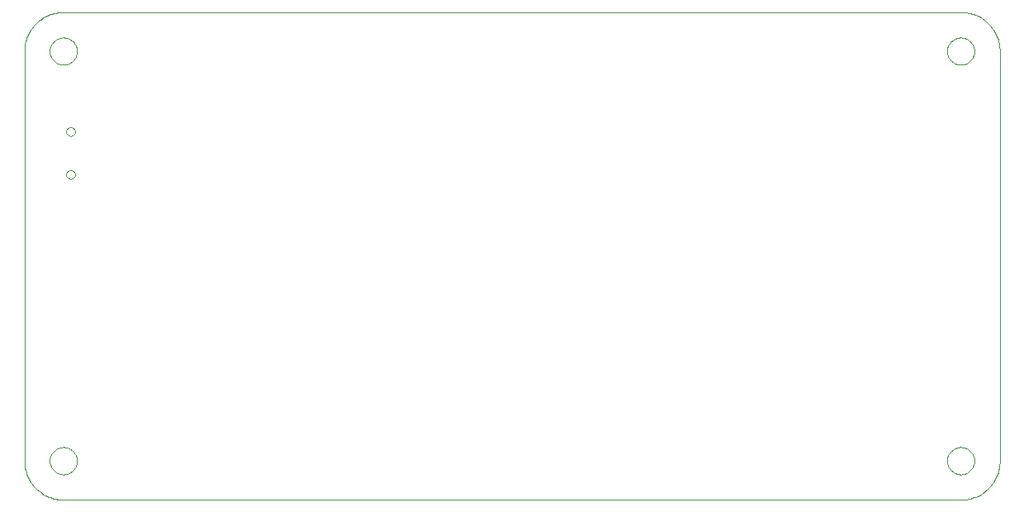
<source format=gbp>
G75*
G70*
%OFA0B0*%
%FSLAX24Y24*%
%IPPOS*%
%LPD*%
%AMOC8*
5,1,8,0,0,1.08239X$1,22.5*
%
%ADD10C,0.0000*%
D10*
X002240Y000665D02*
X038460Y000665D01*
X037909Y002240D02*
X037911Y002287D01*
X037917Y002333D01*
X037927Y002379D01*
X037940Y002424D01*
X037958Y002467D01*
X037979Y002509D01*
X038003Y002549D01*
X038031Y002586D01*
X038062Y002621D01*
X038096Y002654D01*
X038132Y002683D01*
X038171Y002709D01*
X038212Y002732D01*
X038255Y002751D01*
X038299Y002767D01*
X038344Y002779D01*
X038390Y002787D01*
X038437Y002791D01*
X038483Y002791D01*
X038530Y002787D01*
X038576Y002779D01*
X038621Y002767D01*
X038665Y002751D01*
X038708Y002732D01*
X038749Y002709D01*
X038788Y002683D01*
X038824Y002654D01*
X038858Y002621D01*
X038889Y002586D01*
X038917Y002549D01*
X038941Y002509D01*
X038962Y002467D01*
X038980Y002424D01*
X038993Y002379D01*
X039003Y002333D01*
X039009Y002287D01*
X039011Y002240D01*
X039009Y002193D01*
X039003Y002147D01*
X038993Y002101D01*
X038980Y002056D01*
X038962Y002013D01*
X038941Y001971D01*
X038917Y001931D01*
X038889Y001894D01*
X038858Y001859D01*
X038824Y001826D01*
X038788Y001797D01*
X038749Y001771D01*
X038708Y001748D01*
X038665Y001729D01*
X038621Y001713D01*
X038576Y001701D01*
X038530Y001693D01*
X038483Y001689D01*
X038437Y001689D01*
X038390Y001693D01*
X038344Y001701D01*
X038299Y001713D01*
X038255Y001729D01*
X038212Y001748D01*
X038171Y001771D01*
X038132Y001797D01*
X038096Y001826D01*
X038062Y001859D01*
X038031Y001894D01*
X038003Y001931D01*
X037979Y001971D01*
X037958Y002013D01*
X037940Y002056D01*
X037927Y002101D01*
X037917Y002147D01*
X037911Y002193D01*
X037909Y002240D01*
X038460Y000665D02*
X038537Y000667D01*
X038614Y000673D01*
X038691Y000682D01*
X038767Y000695D01*
X038843Y000712D01*
X038917Y000733D01*
X038991Y000757D01*
X039063Y000785D01*
X039133Y000816D01*
X039202Y000851D01*
X039270Y000889D01*
X039335Y000930D01*
X039398Y000975D01*
X039459Y001023D01*
X039518Y001073D01*
X039574Y001126D01*
X039627Y001182D01*
X039677Y001241D01*
X039725Y001302D01*
X039770Y001365D01*
X039811Y001430D01*
X039849Y001498D01*
X039884Y001567D01*
X039915Y001637D01*
X039943Y001709D01*
X039967Y001783D01*
X039988Y001857D01*
X040005Y001933D01*
X040018Y002009D01*
X040027Y002086D01*
X040033Y002163D01*
X040035Y002240D01*
X040035Y018775D01*
X037909Y018775D02*
X037911Y018822D01*
X037917Y018868D01*
X037927Y018914D01*
X037940Y018959D01*
X037958Y019002D01*
X037979Y019044D01*
X038003Y019084D01*
X038031Y019121D01*
X038062Y019156D01*
X038096Y019189D01*
X038132Y019218D01*
X038171Y019244D01*
X038212Y019267D01*
X038255Y019286D01*
X038299Y019302D01*
X038344Y019314D01*
X038390Y019322D01*
X038437Y019326D01*
X038483Y019326D01*
X038530Y019322D01*
X038576Y019314D01*
X038621Y019302D01*
X038665Y019286D01*
X038708Y019267D01*
X038749Y019244D01*
X038788Y019218D01*
X038824Y019189D01*
X038858Y019156D01*
X038889Y019121D01*
X038917Y019084D01*
X038941Y019044D01*
X038962Y019002D01*
X038980Y018959D01*
X038993Y018914D01*
X039003Y018868D01*
X039009Y018822D01*
X039011Y018775D01*
X039009Y018728D01*
X039003Y018682D01*
X038993Y018636D01*
X038980Y018591D01*
X038962Y018548D01*
X038941Y018506D01*
X038917Y018466D01*
X038889Y018429D01*
X038858Y018394D01*
X038824Y018361D01*
X038788Y018332D01*
X038749Y018306D01*
X038708Y018283D01*
X038665Y018264D01*
X038621Y018248D01*
X038576Y018236D01*
X038530Y018228D01*
X038483Y018224D01*
X038437Y018224D01*
X038390Y018228D01*
X038344Y018236D01*
X038299Y018248D01*
X038255Y018264D01*
X038212Y018283D01*
X038171Y018306D01*
X038132Y018332D01*
X038096Y018361D01*
X038062Y018394D01*
X038031Y018429D01*
X038003Y018466D01*
X037979Y018506D01*
X037958Y018548D01*
X037940Y018591D01*
X037927Y018636D01*
X037917Y018682D01*
X037911Y018728D01*
X037909Y018775D01*
X038460Y020350D02*
X038537Y020348D01*
X038614Y020342D01*
X038691Y020333D01*
X038767Y020320D01*
X038843Y020303D01*
X038917Y020282D01*
X038991Y020258D01*
X039063Y020230D01*
X039133Y020199D01*
X039202Y020164D01*
X039270Y020126D01*
X039335Y020085D01*
X039398Y020040D01*
X039459Y019992D01*
X039518Y019942D01*
X039574Y019889D01*
X039627Y019833D01*
X039677Y019774D01*
X039725Y019713D01*
X039770Y019650D01*
X039811Y019585D01*
X039849Y019517D01*
X039884Y019448D01*
X039915Y019378D01*
X039943Y019306D01*
X039967Y019232D01*
X039988Y019158D01*
X040005Y019082D01*
X040018Y019006D01*
X040027Y018929D01*
X040033Y018852D01*
X040035Y018775D01*
X038460Y020350D02*
X002240Y020350D01*
X001689Y018775D02*
X001691Y018822D01*
X001697Y018868D01*
X001707Y018914D01*
X001720Y018959D01*
X001738Y019002D01*
X001759Y019044D01*
X001783Y019084D01*
X001811Y019121D01*
X001842Y019156D01*
X001876Y019189D01*
X001912Y019218D01*
X001951Y019244D01*
X001992Y019267D01*
X002035Y019286D01*
X002079Y019302D01*
X002124Y019314D01*
X002170Y019322D01*
X002217Y019326D01*
X002263Y019326D01*
X002310Y019322D01*
X002356Y019314D01*
X002401Y019302D01*
X002445Y019286D01*
X002488Y019267D01*
X002529Y019244D01*
X002568Y019218D01*
X002604Y019189D01*
X002638Y019156D01*
X002669Y019121D01*
X002697Y019084D01*
X002721Y019044D01*
X002742Y019002D01*
X002760Y018959D01*
X002773Y018914D01*
X002783Y018868D01*
X002789Y018822D01*
X002791Y018775D01*
X002789Y018728D01*
X002783Y018682D01*
X002773Y018636D01*
X002760Y018591D01*
X002742Y018548D01*
X002721Y018506D01*
X002697Y018466D01*
X002669Y018429D01*
X002638Y018394D01*
X002604Y018361D01*
X002568Y018332D01*
X002529Y018306D01*
X002488Y018283D01*
X002445Y018264D01*
X002401Y018248D01*
X002356Y018236D01*
X002310Y018228D01*
X002263Y018224D01*
X002217Y018224D01*
X002170Y018228D01*
X002124Y018236D01*
X002079Y018248D01*
X002035Y018264D01*
X001992Y018283D01*
X001951Y018306D01*
X001912Y018332D01*
X001876Y018361D01*
X001842Y018394D01*
X001811Y018429D01*
X001783Y018466D01*
X001759Y018506D01*
X001738Y018548D01*
X001720Y018591D01*
X001707Y018636D01*
X001697Y018682D01*
X001691Y018728D01*
X001689Y018775D01*
X000665Y018775D02*
X000667Y018852D01*
X000673Y018929D01*
X000682Y019006D01*
X000695Y019082D01*
X000712Y019158D01*
X000733Y019232D01*
X000757Y019306D01*
X000785Y019378D01*
X000816Y019448D01*
X000851Y019517D01*
X000889Y019585D01*
X000930Y019650D01*
X000975Y019713D01*
X001023Y019774D01*
X001073Y019833D01*
X001126Y019889D01*
X001182Y019942D01*
X001241Y019992D01*
X001302Y020040D01*
X001365Y020085D01*
X001430Y020126D01*
X001498Y020164D01*
X001567Y020199D01*
X001637Y020230D01*
X001709Y020258D01*
X001783Y020282D01*
X001857Y020303D01*
X001933Y020320D01*
X002009Y020333D01*
X002086Y020342D01*
X002163Y020348D01*
X002240Y020350D01*
X000665Y018775D02*
X000665Y002240D01*
X001689Y002240D02*
X001691Y002287D01*
X001697Y002333D01*
X001707Y002379D01*
X001720Y002424D01*
X001738Y002467D01*
X001759Y002509D01*
X001783Y002549D01*
X001811Y002586D01*
X001842Y002621D01*
X001876Y002654D01*
X001912Y002683D01*
X001951Y002709D01*
X001992Y002732D01*
X002035Y002751D01*
X002079Y002767D01*
X002124Y002779D01*
X002170Y002787D01*
X002217Y002791D01*
X002263Y002791D01*
X002310Y002787D01*
X002356Y002779D01*
X002401Y002767D01*
X002445Y002751D01*
X002488Y002732D01*
X002529Y002709D01*
X002568Y002683D01*
X002604Y002654D01*
X002638Y002621D01*
X002669Y002586D01*
X002697Y002549D01*
X002721Y002509D01*
X002742Y002467D01*
X002760Y002424D01*
X002773Y002379D01*
X002783Y002333D01*
X002789Y002287D01*
X002791Y002240D01*
X002789Y002193D01*
X002783Y002147D01*
X002773Y002101D01*
X002760Y002056D01*
X002742Y002013D01*
X002721Y001971D01*
X002697Y001931D01*
X002669Y001894D01*
X002638Y001859D01*
X002604Y001826D01*
X002568Y001797D01*
X002529Y001771D01*
X002488Y001748D01*
X002445Y001729D01*
X002401Y001713D01*
X002356Y001701D01*
X002310Y001693D01*
X002263Y001689D01*
X002217Y001689D01*
X002170Y001693D01*
X002124Y001701D01*
X002079Y001713D01*
X002035Y001729D01*
X001992Y001748D01*
X001951Y001771D01*
X001912Y001797D01*
X001876Y001826D01*
X001842Y001859D01*
X001811Y001894D01*
X001783Y001931D01*
X001759Y001971D01*
X001738Y002013D01*
X001720Y002056D01*
X001707Y002101D01*
X001697Y002147D01*
X001691Y002193D01*
X001689Y002240D01*
X000665Y002240D02*
X000667Y002163D01*
X000673Y002086D01*
X000682Y002009D01*
X000695Y001933D01*
X000712Y001857D01*
X000733Y001783D01*
X000757Y001709D01*
X000785Y001637D01*
X000816Y001567D01*
X000851Y001498D01*
X000889Y001430D01*
X000930Y001365D01*
X000975Y001302D01*
X001023Y001241D01*
X001073Y001182D01*
X001126Y001126D01*
X001182Y001073D01*
X001241Y001023D01*
X001302Y000975D01*
X001365Y000930D01*
X001430Y000889D01*
X001498Y000851D01*
X001567Y000816D01*
X001637Y000785D01*
X001709Y000757D01*
X001783Y000733D01*
X001857Y000712D01*
X001933Y000695D01*
X002009Y000682D01*
X002086Y000673D01*
X002163Y000667D01*
X002240Y000665D01*
X002355Y013799D02*
X002357Y013825D01*
X002363Y013851D01*
X002373Y013876D01*
X002386Y013899D01*
X002402Y013919D01*
X002422Y013937D01*
X002444Y013952D01*
X002467Y013964D01*
X002493Y013972D01*
X002519Y013976D01*
X002545Y013976D01*
X002571Y013972D01*
X002597Y013964D01*
X002621Y013952D01*
X002642Y013937D01*
X002662Y013919D01*
X002678Y013899D01*
X002691Y013876D01*
X002701Y013851D01*
X002707Y013825D01*
X002709Y013799D01*
X002707Y013773D01*
X002701Y013747D01*
X002691Y013722D01*
X002678Y013699D01*
X002662Y013679D01*
X002642Y013661D01*
X002620Y013646D01*
X002597Y013634D01*
X002571Y013626D01*
X002545Y013622D01*
X002519Y013622D01*
X002493Y013626D01*
X002467Y013634D01*
X002443Y013646D01*
X002422Y013661D01*
X002402Y013679D01*
X002386Y013699D01*
X002373Y013722D01*
X002363Y013747D01*
X002357Y013773D01*
X002355Y013799D01*
X002355Y015531D02*
X002357Y015557D01*
X002363Y015583D01*
X002373Y015608D01*
X002386Y015631D01*
X002402Y015651D01*
X002422Y015669D01*
X002444Y015684D01*
X002467Y015696D01*
X002493Y015704D01*
X002519Y015708D01*
X002545Y015708D01*
X002571Y015704D01*
X002597Y015696D01*
X002621Y015684D01*
X002642Y015669D01*
X002662Y015651D01*
X002678Y015631D01*
X002691Y015608D01*
X002701Y015583D01*
X002707Y015557D01*
X002709Y015531D01*
X002707Y015505D01*
X002701Y015479D01*
X002691Y015454D01*
X002678Y015431D01*
X002662Y015411D01*
X002642Y015393D01*
X002620Y015378D01*
X002597Y015366D01*
X002571Y015358D01*
X002545Y015354D01*
X002519Y015354D01*
X002493Y015358D01*
X002467Y015366D01*
X002443Y015378D01*
X002422Y015393D01*
X002402Y015411D01*
X002386Y015431D01*
X002373Y015454D01*
X002363Y015479D01*
X002357Y015505D01*
X002355Y015531D01*
M02*

</source>
